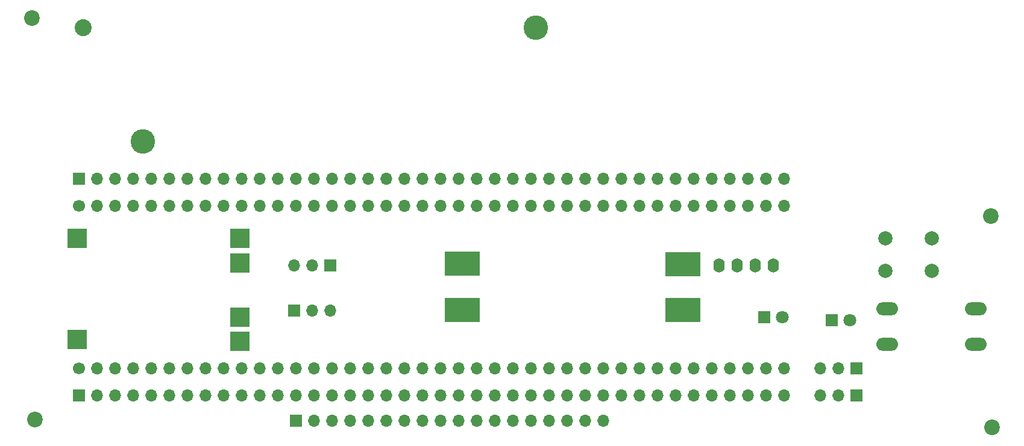
<source format=gbr>
%TF.GenerationSoftware,KiCad,Pcbnew,(7.99.0-200-gad838e3d73)*%
%TF.CreationDate,2024-03-11T18:14:05+07:00*%
%TF.ProjectId,WMS,574d532e-6b69-4636-9164-5f7063625858,rev?*%
%TF.SameCoordinates,Original*%
%TF.FileFunction,Soldermask,Bot*%
%TF.FilePolarity,Negative*%
%FSLAX46Y46*%
G04 Gerber Fmt 4.6, Leading zero omitted, Abs format (unit mm)*
G04 Created by KiCad (PCBNEW (7.99.0-200-gad838e3d73)) date 2024-03-11 18:14:05*
%MOMM*%
%LPD*%
G01*
G04 APERTURE LIST*
%ADD10R,1.700000X1.700000*%
%ADD11O,1.700000X1.700000*%
%ADD12C,3.450000*%
%ADD13C,2.390000*%
%ADD14C,2.000000*%
%ADD15C,2.200000*%
%ADD16O,1.600000X2.000000*%
%ADD17C,1.700000*%
%ADD18R,1.800000X1.800000*%
%ADD19C,1.800000*%
%ADD20O,3.048000X1.850000*%
%ADD21R,5.000000X3.500000*%
%ADD22R,2.800000X2.800000*%
G04 APERTURE END LIST*
D10*
%TO.C,SW4*%
X110489999Y-90169999D03*
D11*
X107949999Y-90169999D03*
X105409999Y-90169999D03*
%TD*%
D10*
%TO.C,SW3*%
X105409999Y-96519999D03*
D11*
X107949999Y-96519999D03*
X110489999Y-96519999D03*
%TD*%
D12*
%TO.C,BT1*%
X84160000Y-72770000D03*
D13*
X75830000Y-56770000D03*
D12*
X139360000Y-56770000D03*
%TD*%
D14*
%TO.C,SW2*%
X188520000Y-86396000D03*
X195020000Y-86396000D03*
X188520000Y-90896000D03*
X195020000Y-90896000D03*
%TD*%
D15*
%TO.C,H1*%
X203276200Y-83235800D03*
%TD*%
D10*
%TO.C,J2*%
X75183999Y-108457999D03*
D11*
X77723999Y-108457999D03*
X80263999Y-108457999D03*
X82803999Y-108457999D03*
X85343999Y-108457999D03*
X87883999Y-108457999D03*
X90423999Y-108457999D03*
X92963999Y-108457999D03*
X95503999Y-108457999D03*
X98043999Y-108457999D03*
X100583999Y-108457999D03*
X103123999Y-108457999D03*
X105663999Y-108457999D03*
X108203999Y-108457999D03*
X110743999Y-108457999D03*
X113283999Y-108457999D03*
X115823999Y-108457999D03*
X118363999Y-108457999D03*
X120903999Y-108457999D03*
X123443999Y-108457999D03*
X125983999Y-108457999D03*
X128523999Y-108457999D03*
X131063999Y-108457999D03*
X133603999Y-108457999D03*
X136143999Y-108457999D03*
X138683999Y-108457999D03*
X141223999Y-108457999D03*
X143763999Y-108457999D03*
X146303999Y-108457999D03*
X148843999Y-108457999D03*
X151383999Y-108457999D03*
X153923999Y-108457999D03*
X156463999Y-108457999D03*
X159003999Y-108457999D03*
X161543999Y-108457999D03*
X164083999Y-108457999D03*
X166623999Y-108457999D03*
X169163999Y-108457999D03*
X171703999Y-108457999D03*
X174243999Y-108457999D03*
%TD*%
D16*
%TO.C,Brd1*%
X165099999Y-90169999D03*
X167639999Y-90169999D03*
X170179999Y-90169999D03*
X172719999Y-90169999D03*
%TD*%
D10*
%TO.C,J3*%
X184403999Y-108457999D03*
D11*
X181863999Y-108457999D03*
X179323999Y-108457999D03*
%TD*%
D15*
%TO.C,H4*%
X68630800Y-55397400D03*
%TD*%
%TO.C,H2*%
X203428600Y-112979200D03*
%TD*%
D17*
%TO.C,U6*%
X75184000Y-81788000D03*
D11*
X77723999Y-81787999D03*
X80263999Y-81787999D03*
X82803999Y-81787999D03*
X85343999Y-81787999D03*
X87883999Y-81787999D03*
X90423999Y-81787999D03*
X92963999Y-81787999D03*
X95503999Y-81787999D03*
X98043999Y-81787999D03*
X100583999Y-81787999D03*
X103123999Y-81787999D03*
X105663999Y-81787999D03*
X108203999Y-81787999D03*
X110743999Y-81787999D03*
X113283999Y-81787999D03*
X115823999Y-81787999D03*
X118363999Y-81787999D03*
X120903999Y-81787999D03*
X123443999Y-81787999D03*
X125983999Y-81787999D03*
X128523999Y-81787999D03*
X131063999Y-81787999D03*
X133603999Y-81787999D03*
X136143999Y-81787999D03*
X138683999Y-81787999D03*
X141223999Y-81787999D03*
X143763999Y-81787999D03*
X146303999Y-81787999D03*
X148843999Y-81787999D03*
X151383999Y-81787999D03*
X153923999Y-81787999D03*
X156463999Y-81787999D03*
X159003999Y-81787999D03*
X161543999Y-81787999D03*
X164083999Y-81787999D03*
X166623999Y-81787999D03*
X169163999Y-81787999D03*
X171703999Y-81787999D03*
X174243999Y-81787999D03*
X174243999Y-104647999D03*
X171703999Y-104647999D03*
X169163999Y-104647999D03*
X166623999Y-104647999D03*
X164083999Y-104647999D03*
X161543999Y-104647999D03*
X159003999Y-104647999D03*
X156463999Y-104647999D03*
X153923999Y-104647999D03*
X151383999Y-104647999D03*
X148843999Y-104647999D03*
X146303999Y-104647999D03*
X143763999Y-104647999D03*
X141223999Y-104647999D03*
X138683999Y-104647999D03*
X136143999Y-104647999D03*
X133603999Y-104647999D03*
X131063999Y-104647999D03*
X128523999Y-104647999D03*
X125983999Y-104647999D03*
X123443999Y-104647999D03*
X120903999Y-104647999D03*
X118363999Y-104647999D03*
X115823999Y-104647999D03*
X113283999Y-104647999D03*
X110743999Y-104647999D03*
X108203999Y-104647999D03*
X105663999Y-104647999D03*
X103123999Y-104647999D03*
X100583999Y-104647999D03*
X98043999Y-104647999D03*
X95503999Y-104647999D03*
X92963999Y-104647999D03*
X90423999Y-104647999D03*
X87883999Y-104647999D03*
X85343999Y-104647999D03*
X82803999Y-104647999D03*
X80263999Y-104647999D03*
X77723999Y-104647999D03*
D17*
X75184000Y-104648000D03*
D11*
X179323999Y-104647999D03*
X181863999Y-104647999D03*
D10*
X184403999Y-104647999D03*
%TD*%
D18*
%TO.C,D1*%
X180944599Y-97891599D03*
D19*
X183484600Y-97891600D03*
%TD*%
D15*
%TO.C,H3*%
X69011800Y-111887000D03*
%TD*%
D18*
%TO.C,D2*%
X171449999Y-97485199D03*
D19*
X173990000Y-97485200D03*
%TD*%
D20*
%TO.C,SW1*%
X188721999Y-96305999D03*
X201221999Y-96305999D03*
X188721999Y-101305999D03*
X201221999Y-101305999D03*
%TD*%
D10*
%TO.C,U5*%
X105663999Y-112013999D03*
D11*
X108203999Y-112013999D03*
X110743999Y-112013999D03*
X113283999Y-112013999D03*
X115823999Y-112013999D03*
X118363999Y-112013999D03*
X120903999Y-112013999D03*
X123443999Y-112013999D03*
X125983999Y-112013999D03*
X128523999Y-112013999D03*
X131063999Y-112013999D03*
X133603999Y-112013999D03*
X136143999Y-112013999D03*
X138683999Y-112013999D03*
X141223999Y-112013999D03*
X143763999Y-112013999D03*
X146303999Y-112013999D03*
X148843999Y-112013999D03*
%TD*%
D10*
%TO.C,J1*%
X75183999Y-77977999D03*
D11*
X77723999Y-77977999D03*
X80263999Y-77977999D03*
X82803999Y-77977999D03*
X85343999Y-77977999D03*
X87883999Y-77977999D03*
X90423999Y-77977999D03*
X92963999Y-77977999D03*
X95503999Y-77977999D03*
X98043999Y-77977999D03*
X100583999Y-77977999D03*
X103123999Y-77977999D03*
X105663999Y-77977999D03*
X108203999Y-77977999D03*
X110743999Y-77977999D03*
X113283999Y-77977999D03*
X115823999Y-77977999D03*
X118363999Y-77977999D03*
X120903999Y-77977999D03*
X123443999Y-77977999D03*
X125983999Y-77977999D03*
X128523999Y-77977999D03*
X131063999Y-77977999D03*
X133603999Y-77977999D03*
X136143999Y-77977999D03*
X138683999Y-77977999D03*
X141223999Y-77977999D03*
X143763999Y-77977999D03*
X146303999Y-77977999D03*
X148843999Y-77977999D03*
X151383999Y-77977999D03*
X153923999Y-77977999D03*
X156463999Y-77977999D03*
X159003999Y-77977999D03*
X161543999Y-77977999D03*
X164083999Y-77977999D03*
X166623999Y-77977999D03*
X169163999Y-77977999D03*
X171703999Y-77977999D03*
X174243999Y-77977999D03*
%TD*%
D21*
%TO.C,U3*%
X160019999Y-89965999D03*
X160019999Y-96415999D03*
X129019999Y-96415999D03*
X129019999Y-89915999D03*
%TD*%
D22*
%TO.C,U2*%
X74929999Y-86359999D03*
X74929999Y-100559999D03*
X97829999Y-86359999D03*
X97829999Y-100859999D03*
X97829999Y-89859999D03*
X97829999Y-97459999D03*
%TD*%
M02*

</source>
